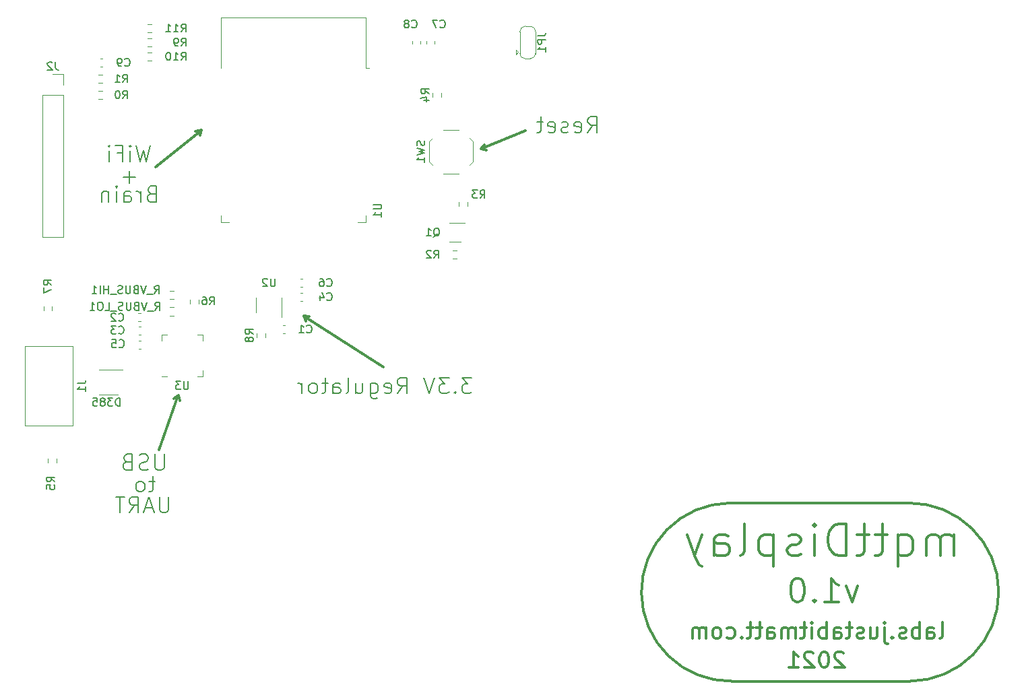
<source format=gbr>
G04 #@! TF.GenerationSoftware,KiCad,Pcbnew,(5.1.9-0-10_14)*
G04 #@! TF.CreationDate,2021-03-12T15:28:23+00:00*
G04 #@! TF.ProjectId,mqttDisplay,6d717474-4469-4737-906c-61792e6b6963,rev?*
G04 #@! TF.SameCoordinates,Original*
G04 #@! TF.FileFunction,Legend,Bot*
G04 #@! TF.FilePolarity,Positive*
%FSLAX46Y46*%
G04 Gerber Fmt 4.6, Leading zero omitted, Abs format (unit mm)*
G04 Created by KiCad (PCBNEW (5.1.9-0-10_14)) date 2021-03-12 15:28:23*
%MOMM*%
%LPD*%
G01*
G04 APERTURE LIST*
%ADD10C,0.300000*%
%ADD11C,0.150000*%
%ADD12C,0.120000*%
G04 APERTURE END LIST*
D10*
X169499999Y-124499999D02*
X147019547Y-124499807D01*
X169280453Y-102100193D02*
X146800001Y-102100001D01*
X169280453Y-102100193D02*
G75*
G02*
X169499999Y-124499999I119547J-11199807D01*
G01*
X147019547Y-124499807D02*
G75*
G02*
X146800001Y-102100001I-119547J11199807D01*
G01*
X77538160Y-88518072D02*
X76972242Y-88941607D01*
X75100000Y-95400000D02*
X77457701Y-88630755D01*
X77541936Y-88521472D02*
X77682434Y-89211935D01*
D11*
X75721569Y-95956641D02*
X75721569Y-97575689D01*
X75626331Y-97766165D01*
X75531093Y-97861403D01*
X75340617Y-97956641D01*
X74959664Y-97956641D01*
X74769188Y-97861403D01*
X74673950Y-97766165D01*
X74578712Y-97575689D01*
X74578712Y-95956641D01*
X73721569Y-97861403D02*
X73435855Y-97956641D01*
X72959664Y-97956641D01*
X72769188Y-97861403D01*
X72673950Y-97766165D01*
X72578712Y-97575689D01*
X72578712Y-97385213D01*
X72673950Y-97194737D01*
X72769188Y-97099499D01*
X72959664Y-97004260D01*
X73340617Y-96909022D01*
X73531093Y-96813784D01*
X73626331Y-96718546D01*
X73721569Y-96528070D01*
X73721569Y-96337594D01*
X73626331Y-96147118D01*
X73531093Y-96051880D01*
X73340617Y-95956641D01*
X72864426Y-95956641D01*
X72578712Y-96051880D01*
X71054902Y-96909022D02*
X70769188Y-97004260D01*
X70673950Y-97099499D01*
X70578712Y-97289975D01*
X70578712Y-97575689D01*
X70673950Y-97766165D01*
X70769188Y-97861403D01*
X70959664Y-97956641D01*
X71721569Y-97956641D01*
X71721569Y-95956641D01*
X71054902Y-95956641D01*
X70864426Y-96051880D01*
X70769188Y-96147118D01*
X70673950Y-96337594D01*
X70673950Y-96528070D01*
X70769188Y-96718546D01*
X70864426Y-96813784D01*
X71054902Y-96909022D01*
X71721569Y-96909022D01*
X76290476Y-101304761D02*
X76290476Y-102923809D01*
X76195238Y-103114285D01*
X76100000Y-103209523D01*
X75909523Y-103304761D01*
X75528571Y-103304761D01*
X75338095Y-103209523D01*
X75242857Y-103114285D01*
X75147619Y-102923809D01*
X75147619Y-101304761D01*
X74290476Y-102733333D02*
X73338095Y-102733333D01*
X74480952Y-103304761D02*
X73814285Y-101304761D01*
X73147619Y-103304761D01*
X71338095Y-103304761D02*
X72004761Y-102352380D01*
X72480952Y-103304761D02*
X72480952Y-101304761D01*
X71719047Y-101304761D01*
X71528571Y-101400000D01*
X71433333Y-101495238D01*
X71338095Y-101685714D01*
X71338095Y-101971428D01*
X71433333Y-102161904D01*
X71528571Y-102257142D01*
X71719047Y-102352380D01*
X72480952Y-102352380D01*
X70766666Y-101304761D02*
X69623809Y-101304761D01*
X70195238Y-103304761D02*
X70195238Y-101304761D01*
X74590154Y-99369048D02*
X73828249Y-99369048D01*
X74304440Y-98702381D02*
X74304440Y-100416667D01*
X74209201Y-100607143D01*
X74018725Y-100702381D01*
X73828249Y-100702381D01*
X72875868Y-100702381D02*
X73066344Y-100607143D01*
X73161582Y-100511905D01*
X73256820Y-100321429D01*
X73256820Y-99750000D01*
X73161582Y-99559524D01*
X73066344Y-99464286D01*
X72875868Y-99369048D01*
X72590154Y-99369048D01*
X72399678Y-99464286D01*
X72304440Y-99559524D01*
X72209201Y-99750000D01*
X72209201Y-100321429D01*
X72304440Y-100511905D01*
X72399678Y-100607143D01*
X72590154Y-100702381D01*
X72875868Y-100702381D01*
X74087644Y-63202202D02*
X73801930Y-63297440D01*
X73706692Y-63392679D01*
X73611454Y-63583155D01*
X73611454Y-63868869D01*
X73706692Y-64059345D01*
X73801930Y-64154583D01*
X73992406Y-64249821D01*
X74754311Y-64249821D01*
X74754311Y-62249821D01*
X74087644Y-62249821D01*
X73897168Y-62345060D01*
X73801930Y-62440298D01*
X73706692Y-62630774D01*
X73706692Y-62821250D01*
X73801930Y-63011726D01*
X73897168Y-63106964D01*
X74087644Y-63202202D01*
X74754311Y-63202202D01*
X72754311Y-64249821D02*
X72754311Y-62916488D01*
X72754311Y-63297440D02*
X72659073Y-63106964D01*
X72563835Y-63011726D01*
X72373359Y-62916488D01*
X72182882Y-62916488D01*
X70659073Y-64249821D02*
X70659073Y-63202202D01*
X70754311Y-63011726D01*
X70944787Y-62916488D01*
X71325740Y-62916488D01*
X71516216Y-63011726D01*
X70659073Y-64154583D02*
X70849549Y-64249821D01*
X71325740Y-64249821D01*
X71516216Y-64154583D01*
X71611454Y-63964107D01*
X71611454Y-63773631D01*
X71516216Y-63583155D01*
X71325740Y-63487917D01*
X70849549Y-63487917D01*
X70659073Y-63392679D01*
X69706692Y-64249821D02*
X69706692Y-62916488D01*
X69706692Y-62249821D02*
X69801930Y-62345060D01*
X69706692Y-62440298D01*
X69611454Y-62345060D01*
X69706692Y-62249821D01*
X69706692Y-62440298D01*
X68754311Y-62916488D02*
X68754311Y-64249821D01*
X68754311Y-63106964D02*
X68659073Y-63011726D01*
X68468597Y-62916488D01*
X68182882Y-62916488D01*
X67992406Y-63011726D01*
X67897168Y-63202202D01*
X67897168Y-64249821D01*
X72140984Y-61120637D02*
X70617175Y-61120637D01*
X71379080Y-61882541D02*
X71379080Y-60358732D01*
D10*
X74658220Y-59875420D02*
X80147160Y-55463440D01*
X80363642Y-55209024D02*
X80223187Y-55899495D01*
X80361494Y-55204419D02*
X79675076Y-55373162D01*
D11*
X73939066Y-57136801D02*
X73462876Y-59136801D01*
X73081923Y-57708230D01*
X72700971Y-59136801D01*
X72224780Y-57136801D01*
X71462876Y-59136801D02*
X71462876Y-57803468D01*
X71462876Y-57136801D02*
X71558114Y-57232040D01*
X71462876Y-57327278D01*
X71367638Y-57232040D01*
X71462876Y-57136801D01*
X71462876Y-57327278D01*
X69843828Y-58089182D02*
X70510495Y-58089182D01*
X70510495Y-59136801D02*
X70510495Y-57136801D01*
X69558114Y-57136801D01*
X68796209Y-59136801D02*
X68796209Y-57803468D01*
X68796209Y-57136801D02*
X68891447Y-57232040D01*
X68796209Y-57327278D01*
X68700971Y-57232040D01*
X68796209Y-57136801D01*
X68796209Y-57327278D01*
D10*
X103271320Y-84960460D02*
X93583760Y-78811120D01*
X93275325Y-78565073D02*
X93503251Y-79234172D01*
X93279725Y-78562532D02*
X93979810Y-78642274D01*
D11*
X114376741Y-86339181D02*
X113138646Y-86339181D01*
X113805313Y-87101086D01*
X113519599Y-87101086D01*
X113329122Y-87196324D01*
X113233884Y-87291562D01*
X113138646Y-87482039D01*
X113138646Y-87958229D01*
X113233884Y-88148705D01*
X113329122Y-88243943D01*
X113519599Y-88339181D01*
X114091027Y-88339181D01*
X114281503Y-88243943D01*
X114376741Y-88148705D01*
X112281503Y-88148705D02*
X112186265Y-88243943D01*
X112281503Y-88339181D01*
X112376741Y-88243943D01*
X112281503Y-88148705D01*
X112281503Y-88339181D01*
X111519599Y-86339181D02*
X110281503Y-86339181D01*
X110948170Y-87101086D01*
X110662456Y-87101086D01*
X110471980Y-87196324D01*
X110376741Y-87291562D01*
X110281503Y-87482039D01*
X110281503Y-87958229D01*
X110376741Y-88148705D01*
X110471980Y-88243943D01*
X110662456Y-88339181D01*
X111233884Y-88339181D01*
X111424360Y-88243943D01*
X111519599Y-88148705D01*
X109710075Y-86339181D02*
X109043408Y-88339181D01*
X108376741Y-86339181D01*
X105043408Y-88339181D02*
X105710075Y-87386800D01*
X106186265Y-88339181D02*
X106186265Y-86339181D01*
X105424360Y-86339181D01*
X105233884Y-86434420D01*
X105138646Y-86529658D01*
X105043408Y-86720134D01*
X105043408Y-87005848D01*
X105138646Y-87196324D01*
X105233884Y-87291562D01*
X105424360Y-87386800D01*
X106186265Y-87386800D01*
X103424360Y-88243943D02*
X103614837Y-88339181D01*
X103995789Y-88339181D01*
X104186265Y-88243943D01*
X104281503Y-88053467D01*
X104281503Y-87291562D01*
X104186265Y-87101086D01*
X103995789Y-87005848D01*
X103614837Y-87005848D01*
X103424360Y-87101086D01*
X103329122Y-87291562D01*
X103329122Y-87482039D01*
X104281503Y-87672515D01*
X101614837Y-87005848D02*
X101614837Y-88624896D01*
X101710075Y-88815372D01*
X101805313Y-88910610D01*
X101995789Y-89005848D01*
X102281503Y-89005848D01*
X102471980Y-88910610D01*
X101614837Y-88243943D02*
X101805313Y-88339181D01*
X102186265Y-88339181D01*
X102376741Y-88243943D01*
X102471980Y-88148705D01*
X102567218Y-87958229D01*
X102567218Y-87386800D01*
X102471980Y-87196324D01*
X102376741Y-87101086D01*
X102186265Y-87005848D01*
X101805313Y-87005848D01*
X101614837Y-87101086D01*
X99805313Y-87005848D02*
X99805313Y-88339181D01*
X100662456Y-87005848D02*
X100662456Y-88053467D01*
X100567218Y-88243943D01*
X100376741Y-88339181D01*
X100091027Y-88339181D01*
X99900551Y-88243943D01*
X99805313Y-88148705D01*
X98567218Y-88339181D02*
X98757694Y-88243943D01*
X98852932Y-88053467D01*
X98852932Y-86339181D01*
X96948170Y-88339181D02*
X96948170Y-87291562D01*
X97043408Y-87101086D01*
X97233884Y-87005848D01*
X97614837Y-87005848D01*
X97805313Y-87101086D01*
X96948170Y-88243943D02*
X97138646Y-88339181D01*
X97614837Y-88339181D01*
X97805313Y-88243943D01*
X97900551Y-88053467D01*
X97900551Y-87862991D01*
X97805313Y-87672515D01*
X97614837Y-87577277D01*
X97138646Y-87577277D01*
X96948170Y-87482039D01*
X96281503Y-87005848D02*
X95519599Y-87005848D01*
X95995789Y-86339181D02*
X95995789Y-88053467D01*
X95900551Y-88243943D01*
X95710075Y-88339181D01*
X95519599Y-88339181D01*
X94567218Y-88339181D02*
X94757694Y-88243943D01*
X94852932Y-88148705D01*
X94948170Y-87958229D01*
X94948170Y-87386800D01*
X94852932Y-87196324D01*
X94757694Y-87101086D01*
X94567218Y-87005848D01*
X94281503Y-87005848D01*
X94091027Y-87101086D01*
X93995789Y-87196324D01*
X93900551Y-87386800D01*
X93900551Y-87958229D01*
X93995789Y-88148705D01*
X94091027Y-88243943D01*
X94281503Y-88339181D01*
X94567218Y-88339181D01*
X93043408Y-88339181D02*
X93043408Y-87005848D01*
X93043408Y-87386800D02*
X92948170Y-87196324D01*
X92852932Y-87101086D01*
X92662456Y-87005848D01*
X92471980Y-87005848D01*
D10*
X115526820Y-57612280D02*
X116220240Y-57749440D01*
X115526820Y-57607200D02*
X115945920Y-57040780D01*
X121124980Y-55270400D02*
X115544600Y-57599580D01*
D11*
X128950410Y-55524921D02*
X129617077Y-54572540D01*
X130093267Y-55524921D02*
X130093267Y-53524921D01*
X129331362Y-53524921D01*
X129140886Y-53620160D01*
X129045648Y-53715398D01*
X128950410Y-53905874D01*
X128950410Y-54191588D01*
X129045648Y-54382064D01*
X129140886Y-54477302D01*
X129331362Y-54572540D01*
X130093267Y-54572540D01*
X127331362Y-55429683D02*
X127521839Y-55524921D01*
X127902791Y-55524921D01*
X128093267Y-55429683D01*
X128188505Y-55239207D01*
X128188505Y-54477302D01*
X128093267Y-54286826D01*
X127902791Y-54191588D01*
X127521839Y-54191588D01*
X127331362Y-54286826D01*
X127236124Y-54477302D01*
X127236124Y-54667779D01*
X128188505Y-54858255D01*
X126474220Y-55429683D02*
X126283743Y-55524921D01*
X125902791Y-55524921D01*
X125712315Y-55429683D01*
X125617077Y-55239207D01*
X125617077Y-55143969D01*
X125712315Y-54953493D01*
X125902791Y-54858255D01*
X126188505Y-54858255D01*
X126378981Y-54763017D01*
X126474220Y-54572540D01*
X126474220Y-54477302D01*
X126378981Y-54286826D01*
X126188505Y-54191588D01*
X125902791Y-54191588D01*
X125712315Y-54286826D01*
X123998029Y-55429683D02*
X124188505Y-55524921D01*
X124569458Y-55524921D01*
X124759934Y-55429683D01*
X124855172Y-55239207D01*
X124855172Y-54477302D01*
X124759934Y-54286826D01*
X124569458Y-54191588D01*
X124188505Y-54191588D01*
X123998029Y-54286826D01*
X123902791Y-54477302D01*
X123902791Y-54667779D01*
X124855172Y-54858255D01*
X123331362Y-54191588D02*
X122569458Y-54191588D01*
X123045648Y-53524921D02*
X123045648Y-55239207D01*
X122950410Y-55429683D01*
X122759934Y-55524921D01*
X122569458Y-55524921D01*
D10*
X161128571Y-120995238D02*
X161033333Y-120900000D01*
X160842857Y-120804761D01*
X160366666Y-120804761D01*
X160176190Y-120900000D01*
X160080952Y-120995238D01*
X159985714Y-121185714D01*
X159985714Y-121376190D01*
X160080952Y-121661904D01*
X161223809Y-122804761D01*
X159985714Y-122804761D01*
X158747619Y-120804761D02*
X158557142Y-120804761D01*
X158366666Y-120900000D01*
X158271428Y-120995238D01*
X158176190Y-121185714D01*
X158080952Y-121566666D01*
X158080952Y-122042857D01*
X158176190Y-122423809D01*
X158271428Y-122614285D01*
X158366666Y-122709523D01*
X158557142Y-122804761D01*
X158747619Y-122804761D01*
X158938095Y-122709523D01*
X159033333Y-122614285D01*
X159128571Y-122423809D01*
X159223809Y-122042857D01*
X159223809Y-121566666D01*
X159128571Y-121185714D01*
X159033333Y-120995238D01*
X158938095Y-120900000D01*
X158747619Y-120804761D01*
X157319047Y-120995238D02*
X157223809Y-120900000D01*
X157033333Y-120804761D01*
X156557142Y-120804761D01*
X156366666Y-120900000D01*
X156271428Y-120995238D01*
X156176190Y-121185714D01*
X156176190Y-121376190D01*
X156271428Y-121661904D01*
X157414285Y-122804761D01*
X156176190Y-122804761D01*
X154271428Y-122804761D02*
X155414285Y-122804761D01*
X154842857Y-122804761D02*
X154842857Y-120804761D01*
X155033333Y-121090476D01*
X155223809Y-121280952D01*
X155414285Y-121376190D01*
X162885714Y-112557142D02*
X162171428Y-114557142D01*
X161457142Y-112557142D01*
X158742857Y-114557142D02*
X160457142Y-114557142D01*
X159600000Y-114557142D02*
X159600000Y-111557142D01*
X159885714Y-111985714D01*
X160171428Y-112271428D01*
X160457142Y-112414285D01*
X157457142Y-114271428D02*
X157314285Y-114414285D01*
X157457142Y-114557142D01*
X157600000Y-114414285D01*
X157457142Y-114271428D01*
X157457142Y-114557142D01*
X155457142Y-111557142D02*
X155171428Y-111557142D01*
X154885714Y-111700000D01*
X154742857Y-111842857D01*
X154600000Y-112128571D01*
X154457142Y-112700000D01*
X154457142Y-113414285D01*
X154600000Y-113985714D01*
X154742857Y-114271428D01*
X154885714Y-114414285D01*
X155171428Y-114557142D01*
X155457142Y-114557142D01*
X155742857Y-114414285D01*
X155885714Y-114271428D01*
X156028571Y-113985714D01*
X156171428Y-113414285D01*
X156171428Y-112700000D01*
X156028571Y-112128571D01*
X155885714Y-111842857D01*
X155742857Y-111700000D01*
X155457142Y-111557142D01*
X173228571Y-119104761D02*
X173419047Y-119009523D01*
X173514285Y-118819047D01*
X173514285Y-117104761D01*
X171609523Y-119104761D02*
X171609523Y-118057142D01*
X171704761Y-117866666D01*
X171895238Y-117771428D01*
X172276190Y-117771428D01*
X172466666Y-117866666D01*
X171609523Y-119009523D02*
X171800000Y-119104761D01*
X172276190Y-119104761D01*
X172466666Y-119009523D01*
X172561904Y-118819047D01*
X172561904Y-118628571D01*
X172466666Y-118438095D01*
X172276190Y-118342857D01*
X171800000Y-118342857D01*
X171609523Y-118247619D01*
X170657142Y-119104761D02*
X170657142Y-117104761D01*
X170657142Y-117866666D02*
X170466666Y-117771428D01*
X170085714Y-117771428D01*
X169895238Y-117866666D01*
X169800000Y-117961904D01*
X169704761Y-118152380D01*
X169704761Y-118723809D01*
X169800000Y-118914285D01*
X169895238Y-119009523D01*
X170085714Y-119104761D01*
X170466666Y-119104761D01*
X170657142Y-119009523D01*
X168942857Y-119009523D02*
X168752380Y-119104761D01*
X168371428Y-119104761D01*
X168180952Y-119009523D01*
X168085714Y-118819047D01*
X168085714Y-118723809D01*
X168180952Y-118533333D01*
X168371428Y-118438095D01*
X168657142Y-118438095D01*
X168847619Y-118342857D01*
X168942857Y-118152380D01*
X168942857Y-118057142D01*
X168847619Y-117866666D01*
X168657142Y-117771428D01*
X168371428Y-117771428D01*
X168180952Y-117866666D01*
X167228571Y-118914285D02*
X167133333Y-119009523D01*
X167228571Y-119104761D01*
X167323809Y-119009523D01*
X167228571Y-118914285D01*
X167228571Y-119104761D01*
X166276190Y-117771428D02*
X166276190Y-119485714D01*
X166371428Y-119676190D01*
X166561904Y-119771428D01*
X166657142Y-119771428D01*
X166276190Y-117104761D02*
X166371428Y-117200000D01*
X166276190Y-117295238D01*
X166180952Y-117200000D01*
X166276190Y-117104761D01*
X166276190Y-117295238D01*
X164466666Y-117771428D02*
X164466666Y-119104761D01*
X165323809Y-117771428D02*
X165323809Y-118819047D01*
X165228571Y-119009523D01*
X165038095Y-119104761D01*
X164752380Y-119104761D01*
X164561904Y-119009523D01*
X164466666Y-118914285D01*
X163609523Y-119009523D02*
X163419047Y-119104761D01*
X163038095Y-119104761D01*
X162847619Y-119009523D01*
X162752380Y-118819047D01*
X162752380Y-118723809D01*
X162847619Y-118533333D01*
X163038095Y-118438095D01*
X163323809Y-118438095D01*
X163514285Y-118342857D01*
X163609523Y-118152380D01*
X163609523Y-118057142D01*
X163514285Y-117866666D01*
X163323809Y-117771428D01*
X163038095Y-117771428D01*
X162847619Y-117866666D01*
X162180952Y-117771428D02*
X161419047Y-117771428D01*
X161895238Y-117104761D02*
X161895238Y-118819047D01*
X161800000Y-119009523D01*
X161609523Y-119104761D01*
X161419047Y-119104761D01*
X159895238Y-119104761D02*
X159895238Y-118057142D01*
X159990476Y-117866666D01*
X160180952Y-117771428D01*
X160561904Y-117771428D01*
X160752380Y-117866666D01*
X159895238Y-119009523D02*
X160085714Y-119104761D01*
X160561904Y-119104761D01*
X160752380Y-119009523D01*
X160847619Y-118819047D01*
X160847619Y-118628571D01*
X160752380Y-118438095D01*
X160561904Y-118342857D01*
X160085714Y-118342857D01*
X159895238Y-118247619D01*
X158942857Y-119104761D02*
X158942857Y-117104761D01*
X158942857Y-117866666D02*
X158752380Y-117771428D01*
X158371428Y-117771428D01*
X158180952Y-117866666D01*
X158085714Y-117961904D01*
X157990476Y-118152380D01*
X157990476Y-118723809D01*
X158085714Y-118914285D01*
X158180952Y-119009523D01*
X158371428Y-119104761D01*
X158752380Y-119104761D01*
X158942857Y-119009523D01*
X157133333Y-119104761D02*
X157133333Y-117771428D01*
X157133333Y-117104761D02*
X157228571Y-117200000D01*
X157133333Y-117295238D01*
X157038095Y-117200000D01*
X157133333Y-117104761D01*
X157133333Y-117295238D01*
X156466666Y-117771428D02*
X155704761Y-117771428D01*
X156180952Y-117104761D02*
X156180952Y-118819047D01*
X156085714Y-119009523D01*
X155895238Y-119104761D01*
X155704761Y-119104761D01*
X155038095Y-119104761D02*
X155038095Y-117771428D01*
X155038095Y-117961904D02*
X154942857Y-117866666D01*
X154752380Y-117771428D01*
X154466666Y-117771428D01*
X154276190Y-117866666D01*
X154180952Y-118057142D01*
X154180952Y-119104761D01*
X154180952Y-118057142D02*
X154085714Y-117866666D01*
X153895238Y-117771428D01*
X153609523Y-117771428D01*
X153419047Y-117866666D01*
X153323809Y-118057142D01*
X153323809Y-119104761D01*
X151514285Y-119104761D02*
X151514285Y-118057142D01*
X151609523Y-117866666D01*
X151800000Y-117771428D01*
X152180952Y-117771428D01*
X152371428Y-117866666D01*
X151514285Y-119009523D02*
X151704761Y-119104761D01*
X152180952Y-119104761D01*
X152371428Y-119009523D01*
X152466666Y-118819047D01*
X152466666Y-118628571D01*
X152371428Y-118438095D01*
X152180952Y-118342857D01*
X151704761Y-118342857D01*
X151514285Y-118247619D01*
X150847619Y-117771428D02*
X150085714Y-117771428D01*
X150561904Y-117104761D02*
X150561904Y-118819047D01*
X150466666Y-119009523D01*
X150276190Y-119104761D01*
X150085714Y-119104761D01*
X149704761Y-117771428D02*
X148942857Y-117771428D01*
X149419047Y-117104761D02*
X149419047Y-118819047D01*
X149323809Y-119009523D01*
X149133333Y-119104761D01*
X148942857Y-119104761D01*
X148276190Y-118914285D02*
X148180952Y-119009523D01*
X148276190Y-119104761D01*
X148371428Y-119009523D01*
X148276190Y-118914285D01*
X148276190Y-119104761D01*
X146466666Y-119009523D02*
X146657142Y-119104761D01*
X147038095Y-119104761D01*
X147228571Y-119009523D01*
X147323809Y-118914285D01*
X147419047Y-118723809D01*
X147419047Y-118152380D01*
X147323809Y-117961904D01*
X147228571Y-117866666D01*
X147038095Y-117771428D01*
X146657142Y-117771428D01*
X146466666Y-117866666D01*
X145323809Y-119104761D02*
X145514285Y-119009523D01*
X145609523Y-118914285D01*
X145704761Y-118723809D01*
X145704761Y-118152380D01*
X145609523Y-117961904D01*
X145514285Y-117866666D01*
X145323809Y-117771428D01*
X145038095Y-117771428D01*
X144847619Y-117866666D01*
X144752380Y-117961904D01*
X144657142Y-118152380D01*
X144657142Y-118723809D01*
X144752380Y-118914285D01*
X144847619Y-119009523D01*
X145038095Y-119104761D01*
X145323809Y-119104761D01*
X143800000Y-119104761D02*
X143800000Y-117771428D01*
X143800000Y-117961904D02*
X143704761Y-117866666D01*
X143514285Y-117771428D01*
X143228571Y-117771428D01*
X143038095Y-117866666D01*
X142942857Y-118057142D01*
X142942857Y-119104761D01*
X142942857Y-118057142D02*
X142847619Y-117866666D01*
X142657142Y-117771428D01*
X142371428Y-117771428D01*
X142180952Y-117866666D01*
X142085714Y-118057142D01*
X142085714Y-119104761D01*
X174971428Y-108709523D02*
X174971428Y-106042857D01*
X174971428Y-106423809D02*
X174780952Y-106233333D01*
X174400000Y-106042857D01*
X173828571Y-106042857D01*
X173447619Y-106233333D01*
X173257142Y-106614285D01*
X173257142Y-108709523D01*
X173257142Y-106614285D02*
X173066666Y-106233333D01*
X172685714Y-106042857D01*
X172114285Y-106042857D01*
X171733333Y-106233333D01*
X171542857Y-106614285D01*
X171542857Y-108709523D01*
X167923809Y-106042857D02*
X167923809Y-110042857D01*
X167923809Y-108519047D02*
X168304761Y-108709523D01*
X169066666Y-108709523D01*
X169447619Y-108519047D01*
X169638095Y-108328571D01*
X169828571Y-107947619D01*
X169828571Y-106804761D01*
X169638095Y-106423809D01*
X169447619Y-106233333D01*
X169066666Y-106042857D01*
X168304761Y-106042857D01*
X167923809Y-106233333D01*
X166590476Y-106042857D02*
X165066666Y-106042857D01*
X166019047Y-104709523D02*
X166019047Y-108138095D01*
X165828571Y-108519047D01*
X165447619Y-108709523D01*
X165066666Y-108709523D01*
X164304761Y-106042857D02*
X162780952Y-106042857D01*
X163733333Y-104709523D02*
X163733333Y-108138095D01*
X163542857Y-108519047D01*
X163161904Y-108709523D01*
X162780952Y-108709523D01*
X161447619Y-108709523D02*
X161447619Y-104709523D01*
X160495238Y-104709523D01*
X159923809Y-104900000D01*
X159542857Y-105280952D01*
X159352380Y-105661904D01*
X159161904Y-106423809D01*
X159161904Y-106995238D01*
X159352380Y-107757142D01*
X159542857Y-108138095D01*
X159923809Y-108519047D01*
X160495238Y-108709523D01*
X161447619Y-108709523D01*
X157447619Y-108709523D02*
X157447619Y-106042857D01*
X157447619Y-104709523D02*
X157638095Y-104900000D01*
X157447619Y-105090476D01*
X157257142Y-104900000D01*
X157447619Y-104709523D01*
X157447619Y-105090476D01*
X155733333Y-108519047D02*
X155352380Y-108709523D01*
X154590476Y-108709523D01*
X154209523Y-108519047D01*
X154019047Y-108138095D01*
X154019047Y-107947619D01*
X154209523Y-107566666D01*
X154590476Y-107376190D01*
X155161904Y-107376190D01*
X155542857Y-107185714D01*
X155733333Y-106804761D01*
X155733333Y-106614285D01*
X155542857Y-106233333D01*
X155161904Y-106042857D01*
X154590476Y-106042857D01*
X154209523Y-106233333D01*
X152304761Y-106042857D02*
X152304761Y-110042857D01*
X152304761Y-106233333D02*
X151923809Y-106042857D01*
X151161904Y-106042857D01*
X150780952Y-106233333D01*
X150590476Y-106423809D01*
X150400000Y-106804761D01*
X150400000Y-107947619D01*
X150590476Y-108328571D01*
X150780952Y-108519047D01*
X151161904Y-108709523D01*
X151923809Y-108709523D01*
X152304761Y-108519047D01*
X148114285Y-108709523D02*
X148495238Y-108519047D01*
X148685714Y-108138095D01*
X148685714Y-104709523D01*
X144876190Y-108709523D02*
X144876190Y-106614285D01*
X145066666Y-106233333D01*
X145447619Y-106042857D01*
X146209523Y-106042857D01*
X146590476Y-106233333D01*
X144876190Y-108519047D02*
X145257142Y-108709523D01*
X146209523Y-108709523D01*
X146590476Y-108519047D01*
X146780952Y-108138095D01*
X146780952Y-107757142D01*
X146590476Y-107376190D01*
X146209523Y-107185714D01*
X145257142Y-107185714D01*
X144876190Y-106995238D01*
X143352380Y-106042857D02*
X142400000Y-108709523D01*
X141447619Y-106042857D02*
X142400000Y-108709523D01*
X142780952Y-109661904D01*
X142971428Y-109852380D01*
X143352380Y-110042857D01*
D12*
X76093000Y-86176000D02*
X75368000Y-86176000D01*
X80588000Y-80956000D02*
X80588000Y-81681000D01*
X79863000Y-80956000D02*
X80588000Y-80956000D01*
X75368000Y-80956000D02*
X75368000Y-81681000D01*
X76093000Y-80956000D02*
X75368000Y-80956000D01*
X80588000Y-86176000D02*
X80588000Y-85451000D01*
X79863000Y-86176000D02*
X80588000Y-86176000D01*
X87290000Y-78116000D02*
X87290000Y-76316000D01*
X90510000Y-76316000D02*
X90510000Y-78766000D01*
X101084000Y-65989000D02*
X101084000Y-66769000D01*
X101084000Y-66769000D02*
X100084000Y-66769000D01*
X82844000Y-65989000D02*
X82844000Y-66769000D01*
X82844000Y-66769000D02*
X83844000Y-66769000D01*
X101084000Y-41024000D02*
X82844000Y-41024000D01*
X82844000Y-41024000D02*
X82844000Y-47444000D01*
X101084000Y-41024000D02*
X101084000Y-47444000D01*
X101084000Y-47444000D02*
X101464000Y-47444000D01*
X114060000Y-56212000D02*
X114510000Y-56662000D01*
X114060000Y-59612000D02*
X114510000Y-59162000D01*
X109460000Y-59612000D02*
X109010000Y-59162000D01*
X109460000Y-56212000D02*
X109010000Y-56662000D01*
X110760000Y-60662000D02*
X112760000Y-60662000D01*
X114510000Y-56662000D02*
X114510000Y-59162000D01*
X110760000Y-55162000D02*
X112760000Y-55162000D01*
X109010000Y-56662000D02*
X109010000Y-59162000D01*
X76964724Y-77487500D02*
X76455276Y-77487500D01*
X76964724Y-78532500D02*
X76455276Y-78532500D01*
X76962724Y-75423500D02*
X76453276Y-75423500D01*
X76962724Y-76468500D02*
X76453276Y-76468500D01*
X74168724Y-41895500D02*
X73659276Y-41895500D01*
X74168724Y-42940500D02*
X73659276Y-42940500D01*
X74168724Y-45451500D02*
X73659276Y-45451500D01*
X74168724Y-46496500D02*
X73659276Y-46496500D01*
X74168724Y-43673500D02*
X73659276Y-43673500D01*
X74168724Y-44718500D02*
X73659276Y-44718500D01*
X87361500Y-80771276D02*
X87361500Y-81280724D01*
X88406500Y-80771276D02*
X88406500Y-81280724D01*
X60587500Y-77385276D02*
X60587500Y-77894724D01*
X61632500Y-77385276D02*
X61632500Y-77894724D01*
X78979500Y-76556776D02*
X78979500Y-77066224D01*
X80024500Y-76556776D02*
X80024500Y-77066224D01*
X62162500Y-97054724D02*
X62162500Y-96545276D01*
X61117500Y-97054724D02*
X61117500Y-96545276D01*
X109459500Y-50545276D02*
X109459500Y-51054724D01*
X110504500Y-50545276D02*
X110504500Y-51054724D01*
X112777500Y-64245276D02*
X112777500Y-64754724D01*
X113822500Y-64245276D02*
X113822500Y-64754724D01*
X112522724Y-70343500D02*
X112013276Y-70343500D01*
X112522724Y-71388500D02*
X112013276Y-71388500D01*
X67440277Y-49290500D02*
X67949725Y-49290500D01*
X67440277Y-48245500D02*
X67949725Y-48245500D01*
X67440277Y-51322500D02*
X67949725Y-51322500D01*
X67440277Y-50277500D02*
X67949725Y-50277500D01*
X111568000Y-66912000D02*
X113468000Y-66912000D01*
X112968000Y-69232000D02*
X111568000Y-69232000D01*
X121712000Y-46246000D02*
G75*
G03*
X122412000Y-45546000I0J700000D01*
G01*
X120412000Y-45546000D02*
G75*
G03*
X121112000Y-46246000I700000J0D01*
G01*
X121112000Y-42146000D02*
G75*
G03*
X120412000Y-42846000I0J-700000D01*
G01*
X122412000Y-42846000D02*
G75*
G03*
X121712000Y-42146000I-700000J0D01*
G01*
X120212000Y-45396000D02*
X119912000Y-45096000D01*
X119912000Y-45696000D02*
X119912000Y-45096000D01*
X120212000Y-45396000D02*
X119912000Y-45696000D01*
X121112000Y-46246000D02*
X121712000Y-46246000D01*
X120412000Y-42796000D02*
X120412000Y-45596000D01*
X121712000Y-42146000D02*
X121112000Y-42146000D01*
X122412000Y-45596000D02*
X122412000Y-42796000D01*
X63052000Y-68640000D02*
X60392000Y-68640000D01*
X63052000Y-50800000D02*
X63052000Y-68640000D01*
X60392000Y-50800000D02*
X60392000Y-68640000D01*
X63052000Y-50800000D02*
X60392000Y-50800000D01*
X63052000Y-49530000D02*
X63052000Y-48200000D01*
X63052000Y-48200000D02*
X61722000Y-48200000D01*
X58214000Y-92376000D02*
X58214000Y-87376000D01*
X64214000Y-92376000D02*
X58214000Y-92376000D01*
X64214000Y-82376000D02*
X64214000Y-92376000D01*
X58214000Y-82376000D02*
X64214000Y-82376000D01*
X58214000Y-87376000D02*
X58214000Y-82376000D01*
X69930000Y-88450000D02*
X67530000Y-88450000D01*
X67530000Y-85350000D02*
X70480000Y-85350000D01*
X67671733Y-47246000D02*
X67964267Y-47246000D01*
X67671733Y-46226000D02*
X67964267Y-46226000D01*
X107952000Y-44342267D02*
X107952000Y-44049733D01*
X106932000Y-44342267D02*
X106932000Y-44049733D01*
X109730000Y-44342267D02*
X109730000Y-44049733D01*
X108710000Y-44342267D02*
X108710000Y-44049733D01*
X92817733Y-74932000D02*
X93110267Y-74932000D01*
X92817733Y-73912000D02*
X93110267Y-73912000D01*
X72493733Y-82740000D02*
X72786267Y-82740000D01*
X72493733Y-81720000D02*
X72786267Y-81720000D01*
X92817733Y-76710000D02*
X93110267Y-76710000D01*
X92817733Y-75690000D02*
X93110267Y-75690000D01*
X72503733Y-79890000D02*
X72796267Y-79890000D01*
X72503733Y-80910000D02*
X72796267Y-80910000D01*
X72478733Y-78265000D02*
X72771267Y-78265000D01*
X72478733Y-79285000D02*
X72771267Y-79285000D01*
X90632233Y-80774000D02*
X90924767Y-80774000D01*
X90632233Y-79754000D02*
X90924767Y-79754000D01*
D11*
X78739904Y-86818380D02*
X78739904Y-87627904D01*
X78692285Y-87723142D01*
X78644666Y-87770761D01*
X78549428Y-87818380D01*
X78358952Y-87818380D01*
X78263714Y-87770761D01*
X78216095Y-87723142D01*
X78168476Y-87627904D01*
X78168476Y-86818380D01*
X77787523Y-86818380D02*
X77168476Y-86818380D01*
X77501809Y-87199333D01*
X77358952Y-87199333D01*
X77263714Y-87246952D01*
X77216095Y-87294571D01*
X77168476Y-87389809D01*
X77168476Y-87627904D01*
X77216095Y-87723142D01*
X77263714Y-87770761D01*
X77358952Y-87818380D01*
X77644666Y-87818380D01*
X77739904Y-87770761D01*
X77787523Y-87723142D01*
X89661904Y-73874380D02*
X89661904Y-74683904D01*
X89614285Y-74779142D01*
X89566666Y-74826761D01*
X89471428Y-74874380D01*
X89280952Y-74874380D01*
X89185714Y-74826761D01*
X89138095Y-74779142D01*
X89090476Y-74683904D01*
X89090476Y-73874380D01*
X88661904Y-73969619D02*
X88614285Y-73922000D01*
X88519047Y-73874380D01*
X88280952Y-73874380D01*
X88185714Y-73922000D01*
X88138095Y-73969619D01*
X88090476Y-74064857D01*
X88090476Y-74160095D01*
X88138095Y-74302952D01*
X88709523Y-74874380D01*
X88090476Y-74874380D01*
X102026380Y-64557095D02*
X102835904Y-64557095D01*
X102931142Y-64604714D01*
X102978761Y-64652333D01*
X103026380Y-64747571D01*
X103026380Y-64938047D01*
X102978761Y-65033285D01*
X102931142Y-65080904D01*
X102835904Y-65128523D01*
X102026380Y-65128523D01*
X103026380Y-66128523D02*
X103026380Y-65557095D01*
X103026380Y-65842809D02*
X102026380Y-65842809D01*
X102169238Y-65747571D01*
X102264476Y-65652333D01*
X102312095Y-65557095D01*
X108414761Y-56578666D02*
X108462380Y-56721523D01*
X108462380Y-56959619D01*
X108414761Y-57054857D01*
X108367142Y-57102476D01*
X108271904Y-57150095D01*
X108176666Y-57150095D01*
X108081428Y-57102476D01*
X108033809Y-57054857D01*
X107986190Y-56959619D01*
X107938571Y-56769142D01*
X107890952Y-56673904D01*
X107843333Y-56626285D01*
X107748095Y-56578666D01*
X107652857Y-56578666D01*
X107557619Y-56626285D01*
X107510000Y-56673904D01*
X107462380Y-56769142D01*
X107462380Y-57007238D01*
X107510000Y-57150095D01*
X107462380Y-57483428D02*
X108462380Y-57721523D01*
X107748095Y-57912000D01*
X108462380Y-58102476D01*
X107462380Y-58340571D01*
X108462380Y-59245333D02*
X108462380Y-58673904D01*
X108462380Y-58959619D02*
X107462380Y-58959619D01*
X107605238Y-58864380D01*
X107700476Y-58769142D01*
X107748095Y-58673904D01*
X74585714Y-77852380D02*
X74919047Y-77376190D01*
X75157142Y-77852380D02*
X75157142Y-76852380D01*
X74776190Y-76852380D01*
X74680952Y-76900000D01*
X74633333Y-76947619D01*
X74585714Y-77042857D01*
X74585714Y-77185714D01*
X74633333Y-77280952D01*
X74680952Y-77328571D01*
X74776190Y-77376190D01*
X75157142Y-77376190D01*
X74395238Y-77947619D02*
X73633333Y-77947619D01*
X73538095Y-76852380D02*
X73204761Y-77852380D01*
X72871428Y-76852380D01*
X72204761Y-77328571D02*
X72061904Y-77376190D01*
X72014285Y-77423809D01*
X71966666Y-77519047D01*
X71966666Y-77661904D01*
X72014285Y-77757142D01*
X72061904Y-77804761D01*
X72157142Y-77852380D01*
X72538095Y-77852380D01*
X72538095Y-76852380D01*
X72204761Y-76852380D01*
X72109523Y-76900000D01*
X72061904Y-76947619D01*
X72014285Y-77042857D01*
X72014285Y-77138095D01*
X72061904Y-77233333D01*
X72109523Y-77280952D01*
X72204761Y-77328571D01*
X72538095Y-77328571D01*
X71538095Y-76852380D02*
X71538095Y-77661904D01*
X71490476Y-77757142D01*
X71442857Y-77804761D01*
X71347619Y-77852380D01*
X71157142Y-77852380D01*
X71061904Y-77804761D01*
X71014285Y-77757142D01*
X70966666Y-77661904D01*
X70966666Y-76852380D01*
X70538095Y-77804761D02*
X70395238Y-77852380D01*
X70157142Y-77852380D01*
X70061904Y-77804761D01*
X70014285Y-77757142D01*
X69966666Y-77661904D01*
X69966666Y-77566666D01*
X70014285Y-77471428D01*
X70061904Y-77423809D01*
X70157142Y-77376190D01*
X70347619Y-77328571D01*
X70442857Y-77280952D01*
X70490476Y-77233333D01*
X70538095Y-77138095D01*
X70538095Y-77042857D01*
X70490476Y-76947619D01*
X70442857Y-76900000D01*
X70347619Y-76852380D01*
X70109523Y-76852380D01*
X69966666Y-76900000D01*
X69776190Y-77947619D02*
X69014285Y-77947619D01*
X68300000Y-77852380D02*
X68776190Y-77852380D01*
X68776190Y-76852380D01*
X67776190Y-76852380D02*
X67585714Y-76852380D01*
X67490476Y-76900000D01*
X67395238Y-76995238D01*
X67347619Y-77185714D01*
X67347619Y-77519047D01*
X67395238Y-77709523D01*
X67490476Y-77804761D01*
X67585714Y-77852380D01*
X67776190Y-77852380D01*
X67871428Y-77804761D01*
X67966666Y-77709523D01*
X68014285Y-77519047D01*
X68014285Y-77185714D01*
X67966666Y-76995238D01*
X67871428Y-76900000D01*
X67776190Y-76852380D01*
X66395238Y-77852380D02*
X66966666Y-77852380D01*
X66680952Y-77852380D02*
X66680952Y-76852380D01*
X66776190Y-76995238D01*
X66871428Y-77090476D01*
X66966666Y-77138095D01*
X74519047Y-75752380D02*
X74852380Y-75276190D01*
X75090476Y-75752380D02*
X75090476Y-74752380D01*
X74709523Y-74752380D01*
X74614285Y-74800000D01*
X74566666Y-74847619D01*
X74519047Y-74942857D01*
X74519047Y-75085714D01*
X74566666Y-75180952D01*
X74614285Y-75228571D01*
X74709523Y-75276190D01*
X75090476Y-75276190D01*
X74328571Y-75847619D02*
X73566666Y-75847619D01*
X73471428Y-74752380D02*
X73138095Y-75752380D01*
X72804761Y-74752380D01*
X72138095Y-75228571D02*
X71995238Y-75276190D01*
X71947619Y-75323809D01*
X71900000Y-75419047D01*
X71900000Y-75561904D01*
X71947619Y-75657142D01*
X71995238Y-75704761D01*
X72090476Y-75752380D01*
X72471428Y-75752380D01*
X72471428Y-74752380D01*
X72138095Y-74752380D01*
X72042857Y-74800000D01*
X71995238Y-74847619D01*
X71947619Y-74942857D01*
X71947619Y-75038095D01*
X71995238Y-75133333D01*
X72042857Y-75180952D01*
X72138095Y-75228571D01*
X72471428Y-75228571D01*
X71471428Y-74752380D02*
X71471428Y-75561904D01*
X71423809Y-75657142D01*
X71376190Y-75704761D01*
X71280952Y-75752380D01*
X71090476Y-75752380D01*
X70995238Y-75704761D01*
X70947619Y-75657142D01*
X70900000Y-75561904D01*
X70900000Y-74752380D01*
X70471428Y-75704761D02*
X70328571Y-75752380D01*
X70090476Y-75752380D01*
X69995238Y-75704761D01*
X69947619Y-75657142D01*
X69900000Y-75561904D01*
X69900000Y-75466666D01*
X69947619Y-75371428D01*
X69995238Y-75323809D01*
X70090476Y-75276190D01*
X70280952Y-75228571D01*
X70376190Y-75180952D01*
X70423809Y-75133333D01*
X70471428Y-75038095D01*
X70471428Y-74942857D01*
X70423809Y-74847619D01*
X70376190Y-74800000D01*
X70280952Y-74752380D01*
X70042857Y-74752380D01*
X69900000Y-74800000D01*
X69709523Y-75847619D02*
X68947619Y-75847619D01*
X68709523Y-75752380D02*
X68709523Y-74752380D01*
X68709523Y-75228571D02*
X68138095Y-75228571D01*
X68138095Y-75752380D02*
X68138095Y-74752380D01*
X67661904Y-75752380D02*
X67661904Y-74752380D01*
X66661904Y-75752380D02*
X67233333Y-75752380D01*
X66947619Y-75752380D02*
X66947619Y-74752380D01*
X67042857Y-74895238D01*
X67138095Y-74990476D01*
X67233333Y-75038095D01*
X77858857Y-42870380D02*
X78192190Y-42394190D01*
X78430285Y-42870380D02*
X78430285Y-41870380D01*
X78049333Y-41870380D01*
X77954095Y-41918000D01*
X77906476Y-41965619D01*
X77858857Y-42060857D01*
X77858857Y-42203714D01*
X77906476Y-42298952D01*
X77954095Y-42346571D01*
X78049333Y-42394190D01*
X78430285Y-42394190D01*
X76906476Y-42870380D02*
X77477904Y-42870380D01*
X77192190Y-42870380D02*
X77192190Y-41870380D01*
X77287428Y-42013238D01*
X77382666Y-42108476D01*
X77477904Y-42156095D01*
X75954095Y-42870380D02*
X76525523Y-42870380D01*
X76239809Y-42870380D02*
X76239809Y-41870380D01*
X76335047Y-42013238D01*
X76430285Y-42108476D01*
X76525523Y-42156095D01*
X77858857Y-46426380D02*
X78192190Y-45950190D01*
X78430285Y-46426380D02*
X78430285Y-45426380D01*
X78049333Y-45426380D01*
X77954095Y-45474000D01*
X77906476Y-45521619D01*
X77858857Y-45616857D01*
X77858857Y-45759714D01*
X77906476Y-45854952D01*
X77954095Y-45902571D01*
X78049333Y-45950190D01*
X78430285Y-45950190D01*
X76906476Y-46426380D02*
X77477904Y-46426380D01*
X77192190Y-46426380D02*
X77192190Y-45426380D01*
X77287428Y-45569238D01*
X77382666Y-45664476D01*
X77477904Y-45712095D01*
X76287428Y-45426380D02*
X76192190Y-45426380D01*
X76096952Y-45474000D01*
X76049333Y-45521619D01*
X76001714Y-45616857D01*
X75954095Y-45807333D01*
X75954095Y-46045428D01*
X76001714Y-46235904D01*
X76049333Y-46331142D01*
X76096952Y-46378761D01*
X76192190Y-46426380D01*
X76287428Y-46426380D01*
X76382666Y-46378761D01*
X76430285Y-46331142D01*
X76477904Y-46235904D01*
X76525523Y-46045428D01*
X76525523Y-45807333D01*
X76477904Y-45616857D01*
X76430285Y-45521619D01*
X76382666Y-45474000D01*
X76287428Y-45426380D01*
X77890666Y-44648380D02*
X78224000Y-44172190D01*
X78462095Y-44648380D02*
X78462095Y-43648380D01*
X78081142Y-43648380D01*
X77985904Y-43696000D01*
X77938285Y-43743619D01*
X77890666Y-43838857D01*
X77890666Y-43981714D01*
X77938285Y-44076952D01*
X77985904Y-44124571D01*
X78081142Y-44172190D01*
X78462095Y-44172190D01*
X77414476Y-44648380D02*
X77224000Y-44648380D01*
X77128761Y-44600761D01*
X77081142Y-44553142D01*
X76985904Y-44410285D01*
X76938285Y-44219809D01*
X76938285Y-43838857D01*
X76985904Y-43743619D01*
X77033523Y-43696000D01*
X77128761Y-43648380D01*
X77319238Y-43648380D01*
X77414476Y-43696000D01*
X77462095Y-43743619D01*
X77509714Y-43838857D01*
X77509714Y-44076952D01*
X77462095Y-44172190D01*
X77414476Y-44219809D01*
X77319238Y-44267428D01*
X77128761Y-44267428D01*
X77033523Y-44219809D01*
X76985904Y-44172190D01*
X76938285Y-44076952D01*
X86906380Y-80859333D02*
X86430190Y-80526000D01*
X86906380Y-80287904D02*
X85906380Y-80287904D01*
X85906380Y-80668857D01*
X85954000Y-80764095D01*
X86001619Y-80811714D01*
X86096857Y-80859333D01*
X86239714Y-80859333D01*
X86334952Y-80811714D01*
X86382571Y-80764095D01*
X86430190Y-80668857D01*
X86430190Y-80287904D01*
X86334952Y-81430761D02*
X86287333Y-81335523D01*
X86239714Y-81287904D01*
X86144476Y-81240285D01*
X86096857Y-81240285D01*
X86001619Y-81287904D01*
X85954000Y-81335523D01*
X85906380Y-81430761D01*
X85906380Y-81621238D01*
X85954000Y-81716476D01*
X86001619Y-81764095D01*
X86096857Y-81811714D01*
X86144476Y-81811714D01*
X86239714Y-81764095D01*
X86287333Y-81716476D01*
X86334952Y-81621238D01*
X86334952Y-81430761D01*
X86382571Y-81335523D01*
X86430190Y-81287904D01*
X86525428Y-81240285D01*
X86715904Y-81240285D01*
X86811142Y-81287904D01*
X86858761Y-81335523D01*
X86906380Y-81430761D01*
X86906380Y-81621238D01*
X86858761Y-81716476D01*
X86811142Y-81764095D01*
X86715904Y-81811714D01*
X86525428Y-81811714D01*
X86430190Y-81764095D01*
X86382571Y-81716476D01*
X86334952Y-81621238D01*
X61562380Y-74679333D02*
X61086190Y-74346000D01*
X61562380Y-74107904D02*
X60562380Y-74107904D01*
X60562380Y-74488857D01*
X60610000Y-74584095D01*
X60657619Y-74631714D01*
X60752857Y-74679333D01*
X60895714Y-74679333D01*
X60990952Y-74631714D01*
X61038571Y-74584095D01*
X61086190Y-74488857D01*
X61086190Y-74107904D01*
X60562380Y-75012666D02*
X60562380Y-75679333D01*
X61562380Y-75250761D01*
X81446666Y-77160380D02*
X81780000Y-76684190D01*
X82018095Y-77160380D02*
X82018095Y-76160380D01*
X81637142Y-76160380D01*
X81541904Y-76208000D01*
X81494285Y-76255619D01*
X81446666Y-76350857D01*
X81446666Y-76493714D01*
X81494285Y-76588952D01*
X81541904Y-76636571D01*
X81637142Y-76684190D01*
X82018095Y-76684190D01*
X80589523Y-76160380D02*
X80780000Y-76160380D01*
X80875238Y-76208000D01*
X80922857Y-76255619D01*
X81018095Y-76398476D01*
X81065714Y-76588952D01*
X81065714Y-76969904D01*
X81018095Y-77065142D01*
X80970476Y-77112761D01*
X80875238Y-77160380D01*
X80684761Y-77160380D01*
X80589523Y-77112761D01*
X80541904Y-77065142D01*
X80494285Y-76969904D01*
X80494285Y-76731809D01*
X80541904Y-76636571D01*
X80589523Y-76588952D01*
X80684761Y-76541333D01*
X80875238Y-76541333D01*
X80970476Y-76588952D01*
X81018095Y-76636571D01*
X81065714Y-76731809D01*
X61957381Y-99427333D02*
X61481191Y-99094000D01*
X61957381Y-98855904D02*
X60957381Y-98855904D01*
X60957381Y-99236857D01*
X61005001Y-99332095D01*
X61052620Y-99379714D01*
X61147858Y-99427333D01*
X61290715Y-99427333D01*
X61385953Y-99379714D01*
X61433572Y-99332095D01*
X61481191Y-99236857D01*
X61481191Y-98855904D01*
X60957381Y-100332095D02*
X60957381Y-99855904D01*
X61433572Y-99808285D01*
X61385953Y-99855904D01*
X61338334Y-99951142D01*
X61338334Y-100189238D01*
X61385953Y-100284476D01*
X61433572Y-100332095D01*
X61528810Y-100379714D01*
X61766905Y-100379714D01*
X61862143Y-100332095D01*
X61909762Y-100284476D01*
X61957381Y-100189238D01*
X61957381Y-99951142D01*
X61909762Y-99855904D01*
X61862143Y-99808285D01*
X109004380Y-50633333D02*
X108528190Y-50300000D01*
X109004380Y-50061904D02*
X108004380Y-50061904D01*
X108004380Y-50442857D01*
X108052000Y-50538095D01*
X108099619Y-50585714D01*
X108194857Y-50633333D01*
X108337714Y-50633333D01*
X108432952Y-50585714D01*
X108480571Y-50538095D01*
X108528190Y-50442857D01*
X108528190Y-50061904D01*
X108337714Y-51490476D02*
X109004380Y-51490476D01*
X107956761Y-51252380D02*
X108671047Y-51014285D01*
X108671047Y-51633333D01*
X115426666Y-63772380D02*
X115760000Y-63296190D01*
X115998095Y-63772380D02*
X115998095Y-62772380D01*
X115617142Y-62772380D01*
X115521904Y-62820000D01*
X115474285Y-62867619D01*
X115426666Y-62962857D01*
X115426666Y-63105714D01*
X115474285Y-63200952D01*
X115521904Y-63248571D01*
X115617142Y-63296190D01*
X115998095Y-63296190D01*
X115093333Y-62772380D02*
X114474285Y-62772380D01*
X114807619Y-63153333D01*
X114664761Y-63153333D01*
X114569523Y-63200952D01*
X114521904Y-63248571D01*
X114474285Y-63343809D01*
X114474285Y-63581904D01*
X114521904Y-63677142D01*
X114569523Y-63724761D01*
X114664761Y-63772380D01*
X114950476Y-63772380D01*
X115045714Y-63724761D01*
X115093333Y-63677142D01*
X109640666Y-71318380D02*
X109974000Y-70842190D01*
X110212095Y-71318380D02*
X110212095Y-70318380D01*
X109831142Y-70318380D01*
X109735904Y-70366000D01*
X109688285Y-70413619D01*
X109640666Y-70508857D01*
X109640666Y-70651714D01*
X109688285Y-70746952D01*
X109735904Y-70794571D01*
X109831142Y-70842190D01*
X110212095Y-70842190D01*
X109259714Y-70413619D02*
X109212095Y-70366000D01*
X109116857Y-70318380D01*
X108878761Y-70318380D01*
X108783523Y-70366000D01*
X108735904Y-70413619D01*
X108688285Y-70508857D01*
X108688285Y-70604095D01*
X108735904Y-70746952D01*
X109307333Y-71318380D01*
X108688285Y-71318380D01*
X70524666Y-49220380D02*
X70858000Y-48744190D01*
X71096095Y-49220380D02*
X71096095Y-48220380D01*
X70715142Y-48220380D01*
X70619904Y-48268000D01*
X70572285Y-48315619D01*
X70524666Y-48410857D01*
X70524666Y-48553714D01*
X70572285Y-48648952D01*
X70619904Y-48696571D01*
X70715142Y-48744190D01*
X71096095Y-48744190D01*
X69572285Y-49220380D02*
X70143714Y-49220380D01*
X69858000Y-49220380D02*
X69858000Y-48220380D01*
X69953238Y-48363238D01*
X70048476Y-48458476D01*
X70143714Y-48506095D01*
X70524666Y-51252380D02*
X70858000Y-50776190D01*
X71096095Y-51252380D02*
X71096095Y-50252380D01*
X70715142Y-50252380D01*
X70619904Y-50300000D01*
X70572285Y-50347619D01*
X70524666Y-50442857D01*
X70524666Y-50585714D01*
X70572285Y-50680952D01*
X70619904Y-50728571D01*
X70715142Y-50776190D01*
X71096095Y-50776190D01*
X69905619Y-50252380D02*
X69810380Y-50252380D01*
X69715142Y-50300000D01*
X69667523Y-50347619D01*
X69619904Y-50442857D01*
X69572285Y-50633333D01*
X69572285Y-50871428D01*
X69619904Y-51061904D01*
X69667523Y-51157142D01*
X69715142Y-51204761D01*
X69810380Y-51252380D01*
X69905619Y-51252380D01*
X70000857Y-51204761D01*
X70048476Y-51157142D01*
X70096095Y-51061904D01*
X70143714Y-50871428D01*
X70143714Y-50633333D01*
X70096095Y-50442857D01*
X70048476Y-50347619D01*
X70000857Y-50300000D01*
X69905619Y-50252380D01*
X109569238Y-68619619D02*
X109664476Y-68572000D01*
X109759714Y-68476761D01*
X109902571Y-68333904D01*
X109997809Y-68286285D01*
X110093047Y-68286285D01*
X110045428Y-68524380D02*
X110140666Y-68476761D01*
X110235904Y-68381523D01*
X110283523Y-68191047D01*
X110283523Y-67857714D01*
X110235904Y-67667238D01*
X110140666Y-67572000D01*
X110045428Y-67524380D01*
X109854952Y-67524380D01*
X109759714Y-67572000D01*
X109664476Y-67667238D01*
X109616857Y-67857714D01*
X109616857Y-68191047D01*
X109664476Y-68381523D01*
X109759714Y-68476761D01*
X109854952Y-68524380D01*
X110045428Y-68524380D01*
X108664476Y-68524380D02*
X109235904Y-68524380D01*
X108950190Y-68524380D02*
X108950190Y-67524380D01*
X109045428Y-67667238D01*
X109140666Y-67762476D01*
X109235904Y-67810095D01*
X122664380Y-43362666D02*
X123378666Y-43362666D01*
X123521523Y-43315047D01*
X123616761Y-43219809D01*
X123664380Y-43076952D01*
X123664380Y-42981714D01*
X123664380Y-43838857D02*
X122664380Y-43838857D01*
X122664380Y-44219809D01*
X122712000Y-44315047D01*
X122759619Y-44362666D01*
X122854857Y-44410285D01*
X122997714Y-44410285D01*
X123092952Y-44362666D01*
X123140571Y-44315047D01*
X123188190Y-44219809D01*
X123188190Y-43838857D01*
X123664380Y-45362666D02*
X123664380Y-44791238D01*
X123664380Y-45076952D02*
X122664380Y-45076952D01*
X122807238Y-44981714D01*
X122902476Y-44886476D01*
X122950095Y-44791238D01*
X62055333Y-46652380D02*
X62055333Y-47366666D01*
X62102952Y-47509523D01*
X62198190Y-47604761D01*
X62341047Y-47652380D01*
X62436285Y-47652380D01*
X61626761Y-46747619D02*
X61579142Y-46700000D01*
X61483904Y-46652380D01*
X61245809Y-46652380D01*
X61150571Y-46700000D01*
X61102952Y-46747619D01*
X61055333Y-46842857D01*
X61055333Y-46938095D01*
X61102952Y-47080952D01*
X61674380Y-47652380D01*
X61055333Y-47652380D01*
X64866380Y-87042666D02*
X65580666Y-87042666D01*
X65723523Y-86995047D01*
X65818761Y-86899809D01*
X65866380Y-86756952D01*
X65866380Y-86661714D01*
X65866380Y-88042666D02*
X65866380Y-87471238D01*
X65866380Y-87756952D02*
X64866380Y-87756952D01*
X65009238Y-87661714D01*
X65104476Y-87566476D01*
X65152095Y-87471238D01*
X70166476Y-89892380D02*
X70166476Y-88892380D01*
X69928380Y-88892380D01*
X69785523Y-88940000D01*
X69690285Y-89035238D01*
X69642666Y-89130476D01*
X69595047Y-89320952D01*
X69595047Y-89463809D01*
X69642666Y-89654285D01*
X69690285Y-89749523D01*
X69785523Y-89844761D01*
X69928380Y-89892380D01*
X70166476Y-89892380D01*
X69261714Y-88892380D02*
X68642666Y-88892380D01*
X68976000Y-89273333D01*
X68833142Y-89273333D01*
X68737904Y-89320952D01*
X68690285Y-89368571D01*
X68642666Y-89463809D01*
X68642666Y-89701904D01*
X68690285Y-89797142D01*
X68737904Y-89844761D01*
X68833142Y-89892380D01*
X69118857Y-89892380D01*
X69214095Y-89844761D01*
X69261714Y-89797142D01*
X68071238Y-89320952D02*
X68166476Y-89273333D01*
X68214095Y-89225714D01*
X68261714Y-89130476D01*
X68261714Y-89082857D01*
X68214095Y-88987619D01*
X68166476Y-88940000D01*
X68071238Y-88892380D01*
X67880761Y-88892380D01*
X67785523Y-88940000D01*
X67737904Y-88987619D01*
X67690285Y-89082857D01*
X67690285Y-89130476D01*
X67737904Y-89225714D01*
X67785523Y-89273333D01*
X67880761Y-89320952D01*
X68071238Y-89320952D01*
X68166476Y-89368571D01*
X68214095Y-89416190D01*
X68261714Y-89511428D01*
X68261714Y-89701904D01*
X68214095Y-89797142D01*
X68166476Y-89844761D01*
X68071238Y-89892380D01*
X67880761Y-89892380D01*
X67785523Y-89844761D01*
X67737904Y-89797142D01*
X67690285Y-89701904D01*
X67690285Y-89511428D01*
X67737904Y-89416190D01*
X67785523Y-89368571D01*
X67880761Y-89320952D01*
X66785523Y-88892380D02*
X67261714Y-88892380D01*
X67309333Y-89368571D01*
X67261714Y-89320952D01*
X67166476Y-89273333D01*
X66928380Y-89273333D01*
X66833142Y-89320952D01*
X66785523Y-89368571D01*
X66737904Y-89463809D01*
X66737904Y-89701904D01*
X66785523Y-89797142D01*
X66833142Y-89844761D01*
X66928380Y-89892380D01*
X67166476Y-89892380D01*
X67261714Y-89844761D01*
X67309333Y-89797142D01*
X70778666Y-47093142D02*
X70826285Y-47140761D01*
X70969142Y-47188380D01*
X71064380Y-47188380D01*
X71207238Y-47140761D01*
X71302476Y-47045523D01*
X71350095Y-46950285D01*
X71397714Y-46759809D01*
X71397714Y-46616952D01*
X71350095Y-46426476D01*
X71302476Y-46331238D01*
X71207238Y-46236000D01*
X71064380Y-46188380D01*
X70969142Y-46188380D01*
X70826285Y-46236000D01*
X70778666Y-46283619D01*
X70302476Y-47188380D02*
X70112000Y-47188380D01*
X70016761Y-47140761D01*
X69969142Y-47093142D01*
X69873904Y-46950285D01*
X69826285Y-46759809D01*
X69826285Y-46378857D01*
X69873904Y-46283619D01*
X69921523Y-46236000D01*
X70016761Y-46188380D01*
X70207238Y-46188380D01*
X70302476Y-46236000D01*
X70350095Y-46283619D01*
X70397714Y-46378857D01*
X70397714Y-46616952D01*
X70350095Y-46712190D01*
X70302476Y-46759809D01*
X70207238Y-46807428D01*
X70016761Y-46807428D01*
X69921523Y-46759809D01*
X69873904Y-46712190D01*
X69826285Y-46616952D01*
X106846666Y-42267142D02*
X106894285Y-42314761D01*
X107037142Y-42362380D01*
X107132380Y-42362380D01*
X107275238Y-42314761D01*
X107370476Y-42219523D01*
X107418095Y-42124285D01*
X107465714Y-41933809D01*
X107465714Y-41790952D01*
X107418095Y-41600476D01*
X107370476Y-41505238D01*
X107275238Y-41410000D01*
X107132380Y-41362380D01*
X107037142Y-41362380D01*
X106894285Y-41410000D01*
X106846666Y-41457619D01*
X106275238Y-41790952D02*
X106370476Y-41743333D01*
X106418095Y-41695714D01*
X106465714Y-41600476D01*
X106465714Y-41552857D01*
X106418095Y-41457619D01*
X106370476Y-41410000D01*
X106275238Y-41362380D01*
X106084761Y-41362380D01*
X105989523Y-41410000D01*
X105941904Y-41457619D01*
X105894285Y-41552857D01*
X105894285Y-41600476D01*
X105941904Y-41695714D01*
X105989523Y-41743333D01*
X106084761Y-41790952D01*
X106275238Y-41790952D01*
X106370476Y-41838571D01*
X106418095Y-41886190D01*
X106465714Y-41981428D01*
X106465714Y-42171904D01*
X106418095Y-42267142D01*
X106370476Y-42314761D01*
X106275238Y-42362380D01*
X106084761Y-42362380D01*
X105989523Y-42314761D01*
X105941904Y-42267142D01*
X105894285Y-42171904D01*
X105894285Y-41981428D01*
X105941904Y-41886190D01*
X105989523Y-41838571D01*
X106084761Y-41790952D01*
X110402666Y-42267142D02*
X110450285Y-42314761D01*
X110593142Y-42362380D01*
X110688380Y-42362380D01*
X110831238Y-42314761D01*
X110926476Y-42219523D01*
X110974095Y-42124285D01*
X111021714Y-41933809D01*
X111021714Y-41790952D01*
X110974095Y-41600476D01*
X110926476Y-41505238D01*
X110831238Y-41410000D01*
X110688380Y-41362380D01*
X110593142Y-41362380D01*
X110450285Y-41410000D01*
X110402666Y-41457619D01*
X110069333Y-41362380D02*
X109402666Y-41362380D01*
X109831238Y-42362380D01*
X96178666Y-74779142D02*
X96226285Y-74826761D01*
X96369142Y-74874380D01*
X96464380Y-74874380D01*
X96607238Y-74826761D01*
X96702476Y-74731523D01*
X96750095Y-74636285D01*
X96797714Y-74445809D01*
X96797714Y-74302952D01*
X96750095Y-74112476D01*
X96702476Y-74017238D01*
X96607238Y-73922000D01*
X96464380Y-73874380D01*
X96369142Y-73874380D01*
X96226285Y-73922000D01*
X96178666Y-73969619D01*
X95321523Y-73874380D02*
X95512000Y-73874380D01*
X95607238Y-73922000D01*
X95654857Y-73969619D01*
X95750095Y-74112476D01*
X95797714Y-74302952D01*
X95797714Y-74683904D01*
X95750095Y-74779142D01*
X95702476Y-74826761D01*
X95607238Y-74874380D01*
X95416761Y-74874380D01*
X95321523Y-74826761D01*
X95273904Y-74779142D01*
X95226285Y-74683904D01*
X95226285Y-74445809D01*
X95273904Y-74350571D01*
X95321523Y-74302952D01*
X95416761Y-74255333D01*
X95607238Y-74255333D01*
X95702476Y-74302952D01*
X95750095Y-74350571D01*
X95797714Y-74445809D01*
X70066666Y-82457142D02*
X70114285Y-82504761D01*
X70257142Y-82552380D01*
X70352380Y-82552380D01*
X70495238Y-82504761D01*
X70590476Y-82409523D01*
X70638095Y-82314285D01*
X70685714Y-82123809D01*
X70685714Y-81980952D01*
X70638095Y-81790476D01*
X70590476Y-81695238D01*
X70495238Y-81600000D01*
X70352380Y-81552380D01*
X70257142Y-81552380D01*
X70114285Y-81600000D01*
X70066666Y-81647619D01*
X69161904Y-81552380D02*
X69638095Y-81552380D01*
X69685714Y-82028571D01*
X69638095Y-81980952D01*
X69542857Y-81933333D01*
X69304761Y-81933333D01*
X69209523Y-81980952D01*
X69161904Y-82028571D01*
X69114285Y-82123809D01*
X69114285Y-82361904D01*
X69161904Y-82457142D01*
X69209523Y-82504761D01*
X69304761Y-82552380D01*
X69542857Y-82552380D01*
X69638095Y-82504761D01*
X69685714Y-82457142D01*
X96178666Y-76557142D02*
X96226285Y-76604761D01*
X96369142Y-76652380D01*
X96464380Y-76652380D01*
X96607238Y-76604761D01*
X96702476Y-76509523D01*
X96750095Y-76414285D01*
X96797714Y-76223809D01*
X96797714Y-76080952D01*
X96750095Y-75890476D01*
X96702476Y-75795238D01*
X96607238Y-75700000D01*
X96464380Y-75652380D01*
X96369142Y-75652380D01*
X96226285Y-75700000D01*
X96178666Y-75747619D01*
X95321523Y-75985714D02*
X95321523Y-76652380D01*
X95559619Y-75604761D02*
X95797714Y-76319047D01*
X95178666Y-76319047D01*
X70022666Y-80757142D02*
X70070285Y-80804761D01*
X70213142Y-80852380D01*
X70308380Y-80852380D01*
X70451238Y-80804761D01*
X70546476Y-80709523D01*
X70594095Y-80614285D01*
X70641714Y-80423809D01*
X70641714Y-80280952D01*
X70594095Y-80090476D01*
X70546476Y-79995238D01*
X70451238Y-79900000D01*
X70308380Y-79852380D01*
X70213142Y-79852380D01*
X70070285Y-79900000D01*
X70022666Y-79947619D01*
X69689333Y-79852380D02*
X69070285Y-79852380D01*
X69403619Y-80233333D01*
X69260761Y-80233333D01*
X69165523Y-80280952D01*
X69117904Y-80328571D01*
X69070285Y-80423809D01*
X69070285Y-80661904D01*
X69117904Y-80757142D01*
X69165523Y-80804761D01*
X69260761Y-80852380D01*
X69546476Y-80852380D01*
X69641714Y-80804761D01*
X69689333Y-80757142D01*
X69997666Y-79132142D02*
X70045285Y-79179761D01*
X70188142Y-79227380D01*
X70283380Y-79227380D01*
X70426238Y-79179761D01*
X70521476Y-79084523D01*
X70569095Y-78989285D01*
X70616714Y-78798809D01*
X70616714Y-78655952D01*
X70569095Y-78465476D01*
X70521476Y-78370238D01*
X70426238Y-78275000D01*
X70283380Y-78227380D01*
X70188142Y-78227380D01*
X70045285Y-78275000D01*
X69997666Y-78322619D01*
X69616714Y-78322619D02*
X69569095Y-78275000D01*
X69473857Y-78227380D01*
X69235761Y-78227380D01*
X69140523Y-78275000D01*
X69092904Y-78322619D01*
X69045285Y-78417857D01*
X69045285Y-78513095D01*
X69092904Y-78655952D01*
X69664333Y-79227380D01*
X69045285Y-79227380D01*
X93638666Y-80621142D02*
X93686285Y-80668761D01*
X93829142Y-80716380D01*
X93924380Y-80716380D01*
X94067238Y-80668761D01*
X94162476Y-80573523D01*
X94210095Y-80478285D01*
X94257714Y-80287809D01*
X94257714Y-80144952D01*
X94210095Y-79954476D01*
X94162476Y-79859238D01*
X94067238Y-79764000D01*
X93924380Y-79716380D01*
X93829142Y-79716380D01*
X93686285Y-79764000D01*
X93638666Y-79811619D01*
X92686285Y-80716380D02*
X93257714Y-80716380D01*
X92972000Y-80716380D02*
X92972000Y-79716380D01*
X93067238Y-79859238D01*
X93162476Y-79954476D01*
X93257714Y-80002095D01*
M02*

</source>
